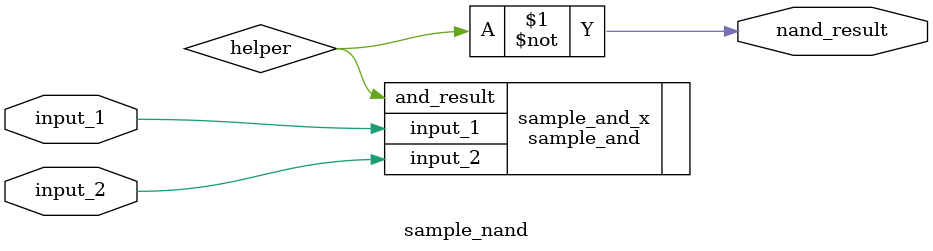
<source format=v>
`include "modules/sample/sample_and.v"
module sample_nand
  ( 
    input_1,
    input_2,
    nand_result);
   
  input  input_1;
  input  input_2;
  output nand_result;
  
  wire helper;
    sample_and sample_and_x(
    .input_1   (input_1),
    .input_2   (input_2),
    .and_result (helper)
  );
  
  assign nand_result = ~helper;
 
endmodule

</source>
